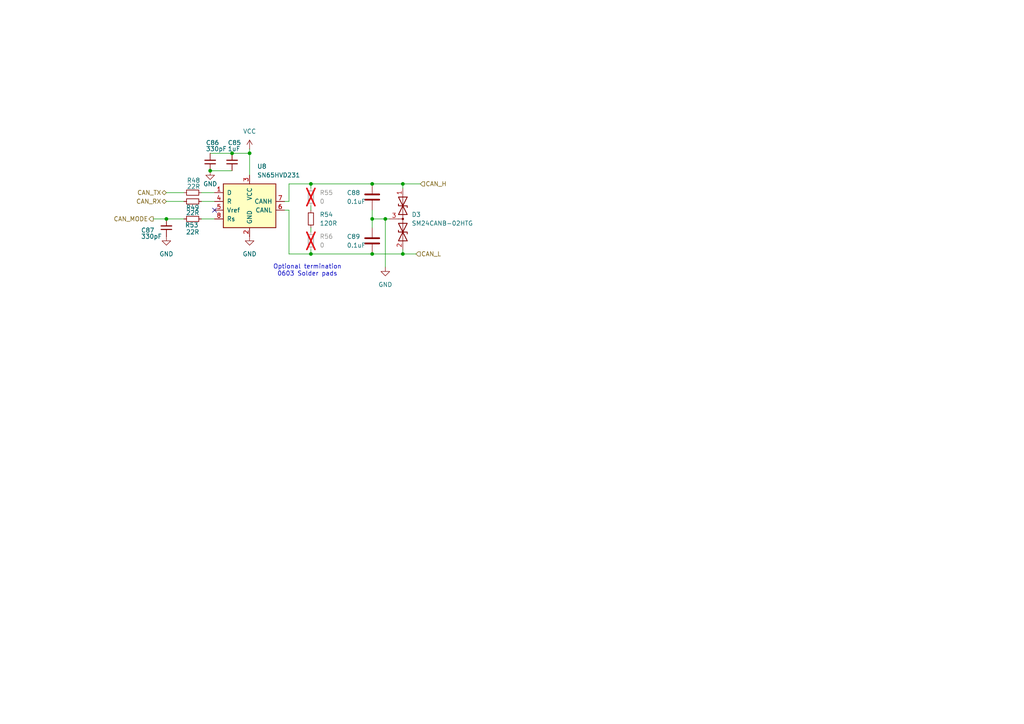
<source format=kicad_sch>
(kicad_sch (version 20231120) (generator "eeschema") (generator_version "8.0")
  (paper "A4")
  (lib_symbols
    (symbol "Device:C" (pin_numbers hide) (pin_names (offset 0.254))
      (property "Reference" "C" (at 0.635 2.54 0))
      (property "Value" "C" (at 0.635 -2.54 0))
      (symbol "C_0_1"
        (polyline (pts (xy -2.032 -0.762) (xy 2.032 -0.762)) (stroke (width 0.508)))
        (polyline (pts (xy -2.032 0.762) (xy 2.032 0.762)) (stroke (width 0.508)))
      )
      (symbol "C_1_1"
        (pin passive line (at 0 3.81 270) (length 2.794) (name "~") (number "1"))
        (pin passive line (at 0 -3.81 90) (length 2.794) (name "~") (number "2"))
      )
    )
    (symbol "Device:C_Small" (pin_numbers hide) (pin_names (offset 0.254) hide)
      (property "Reference" "C" (at 0.254 1.778 0))
      (property "Value" "C_Small" (at 0.254 -2.032 0))
      (symbol "C_Small_0_1"
        (polyline (pts (xy -1.524 -0.508) (xy 1.524 -0.508)) (stroke (width 0.3302)))
        (polyline (pts (xy -1.524 0.508) (xy 1.524 0.508)) (stroke (width 0.3048)))
      )
      (symbol "C_Small_1_1"
        (pin passive line (at 0 2.54 270) (length 2.032) (name "~") (number "1"))
        (pin passive line (at 0 -2.54 90) (length 2.032) (name "~") (number "2"))
      )
    )
    (symbol "Device:D_TVS_Dual_AAC" (pin_names (offset 1.016) hide)
      (property "Reference" "D" (at 0 4.445 0))
      (property "Value" "D_TVS_Dual_AAC" (at 0 2.54 0))
      (symbol "D_TVS_Dual_AAC_0_0"
        (polyline (pts (xy 0 -1.27) (xy 0 0)))
      )
      (symbol "D_TVS_Dual_AAC_0_1"
        (polyline (pts (xy -6.35 0) (xy 6.35 0)))
        (polyline (pts (xy -3.302 1.27) (xy -3.81 1.27) (xy -3.81 -1.27) (xy -4.318 -1.27)) (stroke (width 0.254)))
        (polyline (pts (xy 4.318 1.27) (xy 3.81 1.27) (xy 3.81 -1.27) (xy 3.302 -1.27)) (stroke (width 0.254)))
        (polyline (pts (xy -6.35 1.27) (xy -1.27 -1.27) (xy -1.27 1.27) (xy -6.35 -1.27) (xy -6.35 1.27)) (stroke (width 0.254)))
        (polyline (pts (xy 6.35 1.27) (xy 1.27 -1.27) (xy 1.27 1.27) (xy 6.35 -1.27) (xy 6.35 1.27)) (stroke (width 0.254)))
        (circle (center 0 0) (radius 0.254) (fill (type outline)))
      )
      (symbol "D_TVS_Dual_AAC_1_1"
        (pin passive line (at -8.89 0 0) (length 2.54) (name "A1") (number "1"))
        (pin passive line (at 8.89 0 180) (length 2.54) (name "A2") (number "2"))
        (pin passive line (at 0 -3.81 90) (length 2.54) (name "common") (number "3"))
      )
    )
    (symbol "Device:R_Small" (pin_numbers hide) (pin_names (offset 0.254) hide)
      (property "Reference" "R" (at 0.762 0.508 0))
      (property "Value" "R_Small" (at 0.762 -1.016 0))
      (symbol "R_Small_0_1"
        (rectangle (start -0.762 1.778) (end 0.762 -1.778) (stroke (width 0.2032)))
      )
      (symbol "R_Small_1_1"
        (pin passive line (at 0 2.54 270) (length 0.762) (name "~") (number "1"))
        (pin passive line (at 0 -2.54 90) (length 0.762) (name "~") (number "2"))
      )
    )
    (symbol "Interface_CAN_LIN:SN65HVD231" (pin_names (offset 1.016))
      (property "Reference" "U" (at -2.54 10.16 0))
      (property "Value" "SN65HVD231" (at -2.54 7.62 0))
      (symbol "SN65HVD231_0_1"
        (rectangle (start -7.62 5.08) (end 7.62 -7.62) (stroke (width 0.254)) (fill (type background)))
      )
      (symbol "SN65HVD231_1_1"
        (pin input line (at -10.16 2.54 0) (length 2.54) (name "D") (number "1"))
        (pin power_in line (at 0 -10.16 90) (length 2.54) (name "GND") (number "2"))
        (pin power_in line (at 0 7.62 270) (length 2.54) (name "VCC") (number "3"))
        (pin output line (at -10.16 0 0) (length 2.54) (name "R") (number "4"))
        (pin output line (at -10.16 -2.54 0) (length 2.54) (name "Vref") (number "5"))
        (pin bidirectional line (at 10.16 -2.54 180) (length 2.54) (name "CANL") (number "6"))
        (pin bidirectional line (at 10.16 0 180) (length 2.54) (name "CANH") (number "7"))
        (pin input line (at -10.16 -5.08 0) (length 2.54) (name "Rs") (number "8"))
      )
    )
    (symbol "power:GND" (power) (pin_numbers hide) (pin_names (offset 0) hide)
      (property "Value" "GND" (at 0 -3.81 0))
      (symbol "GND_0_1"
        (polyline (pts (xy 0 0) (xy 0 -1.27) (xy 1.27 -1.27) (xy 0 -2.54) (xy -1.27 -1.27) (xy 0 -1.27)))
      )
      (symbol "GND_1_1"
        (pin power_in line (at 0 0 270) (length 0) (name "~") (number "1"))
      )
    )
    (symbol "power:VCC" (power) (pin_numbers hide) (pin_names (offset 0) hide)
      (property "Value" "VCC" (at 0 3.556 0))
      (symbol "VCC_0_1"
        (polyline (pts (xy -0.762 1.27) (xy 0 2.54)))
        (polyline (pts (xy 0 0) (xy 0 2.54)))
        (polyline (pts (xy 0 2.54) (xy 0.762 1.27)))
      )
      (symbol "VCC_1_1"
        (pin power_in line (at 0 0 90) (length 0) (name "~") (number "1"))
      )
    )
  )
  (junction (at 67.31 44.45))
  (junction (at 107.95 73.66))
  (junction (at 116.84 53.34))
  (junction (at 72.39 44.45))
  (junction (at 90.17 73.66))
  (junction (at 107.95 63.5))
  (junction (at 111.76 63.5))
  (junction (at 60.96 49.53))
  (junction (at 107.95 53.34))
  (junction (at 48.26 63.5))
  (junction (at 90.17 53.34))
  (junction (at 116.84 73.66))
  (no_connect (at 62.23 60.96))
  (wire (pts (xy 90.17 53.34) (xy 107.95 53.34)))
  (wire (pts (xy 48.26 63.5) (xy 53.34 63.5)))
  (wire (pts (xy 107.95 63.5) (xy 107.95 66.04)))
  (wire (pts (xy 90.17 73.66) (xy 83.82 73.66)))
  (wire (pts (xy 67.31 44.45) (xy 72.39 44.45)))
  (wire (pts (xy 90.17 53.34) (xy 83.82 53.34)))
  (wire (pts (xy 60.96 49.53) (xy 67.31 49.53)))
  (wire (pts (xy 83.82 58.42) (xy 82.55 58.42)))
  (wire (pts (xy 60.96 44.45) (xy 67.31 44.45)))
  (wire (pts (xy 72.39 44.45) (xy 72.39 50.8)))
  (wire (pts (xy 116.84 53.34) (xy 121.92 53.34)))
  (wire (pts (xy 111.76 63.5) (xy 111.76 77.47)))
  (wire (pts (xy 107.95 60.96) (xy 107.95 63.5)))
  (wire (pts (xy 107.95 53.34) (xy 116.84 53.34)))
  (wire (pts (xy 116.84 73.66) (xy 120.65 73.66)))
  (wire (pts (xy 107.95 73.66) (xy 116.84 73.66)))
  (wire (pts (xy 48.26 55.88) (xy 53.34 55.88)))
  (wire (pts (xy 58.42 55.88) (xy 62.23 55.88)))
  (wire (pts (xy 83.82 53.34) (xy 83.82 58.42)))
  (wire (pts (xy 90.17 73.66) (xy 107.95 73.66)))
  (wire (pts (xy 90.17 53.34) (xy 90.17 54.61)))
  (wire (pts (xy 113.03 63.5) (xy 111.76 63.5)))
  (wire (pts (xy 90.17 72.39) (xy 90.17 73.66)))
  (wire (pts (xy 83.82 60.96) (xy 82.55 60.96)))
  (wire (pts (xy 90.17 66.04) (xy 90.17 67.31)))
  (wire (pts (xy 58.42 58.42) (xy 62.23 58.42)))
  (wire (pts (xy 116.84 72.39) (xy 116.84 73.66)))
  (wire (pts (xy 58.42 63.5) (xy 62.23 63.5)))
  (wire (pts (xy 107.95 63.5) (xy 111.76 63.5)))
  (wire (pts (xy 116.84 53.34) (xy 116.84 54.61)))
  (wire (pts (xy 72.39 43.18) (xy 72.39 44.45)))
  (wire (pts (xy 48.26 58.42) (xy 53.34 58.42)))
  (wire (pts (xy 44.45 63.5) (xy 48.26 63.5)))
  (wire (pts (xy 83.82 73.66) (xy 83.82 60.96)))
  (wire (pts (xy 90.17 59.69) (xy 90.17 60.96)))
  (text "Optional termination\n0603 Solder pads" (at 89.154 78.486 0) (effects (font (size 1.27 1.27))))
  (hierarchical_label "CAN_TX" (shape bidirectional) (at 48.26 55.88 180))
  (hierarchical_label "CAN_L" (shape input) (at 120.65 73.66 0))
  (hierarchical_label "CAN_MODE" (shape output) (at 44.45 63.5 180))
  (hierarchical_label "CAN_RX" (shape bidirectional) (at 48.26 58.42 180))
  (hierarchical_label "CAN_H" (shape input) (at 121.92 53.34 0))
  (symbol (lib_id "Device:C_Small") (at 48.26 66.04 180) (unit 1)
    (property "Reference" "C87" (at 40.894 66.802 0) (effects (justify right)))
    (property "Value" "330pF" (at 40.894 68.58 0) (effects (justify right)))
    (property "Footprint" "Capacitor_SMD:C_0402_1005Metric" (effects (hide yes)))
    (property "Description" "Unpolarized capacitor, small symbol" (effects (hide yes)))
    (property "LCSC Part #" "C526998" (effects (hide yes)))
  )
  (symbol (lib_id "Device:D_TVS_Dual_AAC") (at 116.84 63.5 270) (unit 1)
    (property "Reference" "D3" (at 119.38 62.2299 90) (effects (justify left)))
    (property "Value" "SM24CANB-02HTG" (at 119.38 64.7699 90) (effects (justify left)))
    (property "Footprint" "Package_TO_SOT_SMD:SOT-23" (effects (hide yes)))
    (property "Description" "Bidirectional dual transient-voltage-suppression diode, center on pin 3" (effects (hide yes)))
    (property "LCSC Part #" "C2937019" (effects (hide yes)))
  )
  (symbol (lib_id "power:VCC") (at 72.39 43.18 0) (unit 1)
    (property "Reference" "#PWR0105" (effects (hide yes)))
    (property "Value" "VCC" (at 72.39 38.1 0))
    (property "Description" "Power symbol creates a global label with name \"VCC\"" (effects (hide yes)))
  )
  (symbol (lib_id "Device:R_Small") (at 90.17 57.15 0) (unit 1) (dnp yes)
    (property "Reference" "R55" (at 92.71 55.8799 0) (effects (justify left)))
    (property "Value" "0" (at 92.71 58.4199 0) (effects (justify left)))
    (property "Footprint" "Resistor_SMD:R_0603_1608Metric" (effects (hide yes)))
    (property "Description" "Resistor, small symbol" (effects (hide yes)))
  )
  (symbol (lib_id "Device:C_Small") (at 67.31 46.99 180) (unit 1)
    (property "Reference" "C85" (at 66.04 41.402 0) (effects (justify right)))
    (property "Value" "1uF" (at 66.04 43.18 0) (effects (justify right)))
    (property "Footprint" "Capacitor_SMD:C_0603_1608Metric" (effects (hide yes)))
    (property "Description" "Unpolarized capacitor, small symbol" (effects (hide yes)))
    (property "LCSC Part #" "C106858" (effects (hide yes)))
  )
  (symbol (lib_id "power:GND") (at 111.76 77.47 0) (unit 1)
    (property "Reference" "#PWR0124" (effects (hide yes)))
    (property "Value" "GND" (at 111.76 82.55 0))
    (property "Description" "Power symbol creates a global label with name \"GND\" , ground" (effects (hide yes)))
  )
  (symbol (lib_id "power:GND") (at 48.26 68.58 0) (unit 1)
    (property "Reference" "#PWR0123" (effects (hide yes)))
    (property "Value" "GND" (at 48.26 73.66 0))
    (property "Description" "Power symbol creates a global label with name \"GND\" , ground" (effects (hide yes)))
  )
  (symbol (lib_id "Interface_CAN_LIN:SN65HVD231") (at 72.39 58.42 0) (unit 1)
    (property "Reference" "U8" (at 74.5841 48.26 0) (effects (justify left)))
    (property "Value" "SN65HVD231" (at 74.5841 50.8 0) (effects (justify left)))
    (property "Footprint" "Package_SO:SOIC-8_3.9x4.9mm_P1.27mm" (effects (hide yes)))
    (property "Datasheet" "http://www.ti.com/lit/ds/symlink/sn65hvd230.pdf" (effects (hide yes)))
    (property "Description" "CAN Bus Transceivers, 3.3V, 1Mbps,Ultra Low-Power capabilities, SOIC-8" (effects (hide yes)))
    (property "LCSC Part #" "C129257" (effects (hide yes)))
  )
  (symbol (lib_id "Device:C_Small") (at 60.96 46.99 180) (unit 1)
    (property "Reference" "C86" (at 59.69 41.402 0) (effects (justify right)))
    (property "Value" "330pF" (at 59.69 43.18 0) (effects (justify right)))
    (property "Footprint" "Capacitor_SMD:C_0402_1005Metric" (effects (hide yes)))
    (property "Description" "Unpolarized capacitor, small symbol" (effects (hide yes)))
    (property "LCSC Part #" "C526998" (effects (hide yes)))
  )
  (symbol (lib_id "Device:R_Small") (at 90.17 63.5 180) (unit 1)
    (property "Reference" "R54" (at 92.71 62.2299 0) (effects (justify right)))
    (property "Value" "120R" (at 92.71 64.7699 0) (effects (justify right)))
    (property "Footprint" "Resistor_SMD:R_0402_1005Metric" (effects (hide yes)))
    (property "Description" "Resistor, small symbol" (effects (hide yes)))
    (property "LCSC Part #" "C114640" (effects (hide yes)))
  )
  (symbol (lib_id "Device:C") (at 107.95 69.85 0) (unit 1)
    (property "Reference" "C89" (at 100.584 69.342 0) (effects (justify left bottom)))
    (property "Value" "${CAPACITANCE}" (at 100.584 71.882 0) (effects (justify left bottom)))
    (property "Footprint" "Capacitor_SMD:C_0603_1608Metric" (effects (hide yes)))
    (property "Description" "CAP CER 0.1UF 50V X7R 0603" (effects (hide yes)))
    (property "SUPPLIER 1" "Digi-Key" (effects (hide yes)))
    (property "SUPPLIER PART NUMBER 1" "490-1519-2-ND" (effects (hide yes)))
    (property "MANUFACTURER" "Murata Electronics North America" (effects (hide yes)))
    (property "MANUFACTURER PART NUMBER" "GRM188R71H104KA93D" (effects (hide yes)))
    (property "ROHS" "RoHS Compliant" (effects (hide yes)))
    (property "CATEGORY" "Capacitors" (effects (hide yes)))
    (property "PRICING 1" "4000=0.01822, 8000=0.01663, 12000=0.01584 (USD)" (effects (hide yes)))
    (property "PACKAGING" "Tape & Reel (TR)" (effects (hide yes)))
    (property "CAPACITANCE" "0.1uF" (effects (hide yes)))
    (property "TOLERANCE" "±10%" (effects (hide yes)))
    (property "VOLTAGE - RATED" "50V" (effects (hide yes)))
    (property "TEMPERATURE COEFFICIENT" "X7R" (effects (hide yes)))
    (property "MOUNTING TYPE" "Surface Mount, MLCC" (effects (hide yes)))
    (property "OPERATING TEMPERATURE" "-55°C ~ 125°C" (effects (hide yes)))
    (property "APPLICATIONS" "General Purpose" (effects (hide yes)))
    (property "RATINGS" "-" (effects (hide yes)))
    (property "PACKAGE / CASE" "0603 (1608 Metric)" (effects (hide yes)))
    (property "SIZE / DIMENSION" "0.063\" L x 0.032\" W (1.60mm x 0.80mm)" (effects (hide yes)))
    (property "HEIGHT - SEATED (MAX)" "-" (effects (hide yes)))
    (property "THICKNESS (MAX)" "0.035\" (0.90mm)" (effects (hide yes)))
    (property "LEAD SPACING" "-" (effects (hide yes)))
    (property "FEATURES" "-" (effects (hide yes)))
    (property "LEAD STYLE" "-" (effects (hide yes)))
    (property "COMPONENTLINK1URL" "http://www.murata.com/~/media/webrenewal/support/library/catalog/products/capacitor/mlcc/c02e.ashx?la=en-us" (effects (hide yes)))
    (property "COMPONENTLINK1DESCRIPTION" "http://www.murata.com/~/media/webrenewal/support/library/catalog/products/capacitor/mlcc/c02e.ashx?la=en-us" (effects (hide yes)))
    (property "STOCK" "19812000" (effects (hide yes)))
    (property "PART STATUS" "Active" (effects (hide yes)))
    (property "SUPPLIER 2" "Digi-Key" (effects (hide yes)))
    (property "SUPPLIER PART NUMBER 2" "490-1519-1-ND" (effects (hide yes)))
    (property "PRICING 2" "1=0.12, 10=0.084, 100=0.0396, 500=0.02778, 1000=0.023 (USD)" (effects (hide yes)))
    (property "LCSC Part #" "C77055" (effects (hide yes)))
  )
  (symbol (lib_id "Device:R_Small") (at 90.17 69.85 0) (unit 1) (dnp yes)
    (property "Reference" "R56" (at 92.71 68.5799 0) (effects (justify left)))
    (property "Value" "0" (at 92.71 71.1199 0) (effects (justify left)))
    (property "Footprint" "Resistor_SMD:R_0603_1608Metric" (effects (hide yes)))
    (property "Description" "Resistor, small symbol" (effects (hide yes)))
  )
  (symbol (lib_id "Device:C") (at 107.95 57.15 0) (unit 1)
    (property "Reference" "C88" (at 100.584 56.642 0) (effects (justify left bottom)))
    (property "Value" "${CAPACITANCE}" (at 100.584 59.182 0) (effects (justify left bottom)))
    (property "Footprint" "Capacitor_SMD:C_0603_1608Metric" (effects (hide yes)))
    (property "Description" "CAP CER 0.1UF 50V X7R 0603" (effects (hide yes)))
    (property "SUPPLIER 1" "Digi-Key" (effects (hide yes)))
    (property "SUPPLIER PART NUMBER 1" "490-1519-2-ND" (effects (hide yes)))
    (property "MANUFACTURER" "Murata Electronics North America" (effects (hide yes)))
    (property "MANUFACTURER PART NUMBER" "GRM188R71H104KA93D" (effects (hide yes)))
    (property "ROHS" "RoHS Compliant" (effects (hide yes)))
    (property "CATEGORY" "Capacitors" (effects (hide yes)))
    (property "PRICING 1" "4000=0.01822, 8000=0.01663, 12000=0.01584 (USD)" (effects (hide yes)))
    (property "PACKAGING" "Tape & Reel (TR)" (effects (hide yes)))
    (property "CAPACITANCE" "0.1uF" (effects (hide yes)))
    (property "TOLERANCE" "±10%" (effects (hide yes)))
    (property "VOLTAGE - RATED" "50V" (effects (hide yes)))
    (property "TEMPERATURE COEFFICIENT" "X7R" (effects (hide yes)))
    (property "MOUNTING TYPE" "Surface Mount, MLCC" (effects (hide yes)))
    (property "OPERATING TEMPERATURE" "-55°C ~ 125°C" (effects (hide yes)))
    (property "APPLICATIONS" "General Purpose" (effects (hide yes)))
    (property "RATINGS" "-" (effects (hide yes)))
    (property "PACKAGE / CASE" "0603 (1608 Metric)" (effects (hide yes)))
    (property "SIZE / DIMENSION" "0.063\" L x 0.032\" W (1.60mm x 0.80mm)" (effects (hide yes)))
    (property "HEIGHT - SEATED (MAX)" "-" (effects (hide yes)))
    (property "THICKNESS (MAX)" "0.035\" (0.90mm)" (effects (hide yes)))
    (property "LEAD SPACING" "-" (effects (hide yes)))
    (property "FEATURES" "-" (effects (hide yes)))
    (property "LEAD STYLE" "-" (effects (hide yes)))
    (property "COMPONENTLINK1URL" "http://www.murata.com/~/media/webrenewal/support/library/catalog/products/capacitor/mlcc/c02e.ashx?la=en-us" (effects (hide yes)))
    (property "COMPONENTLINK1DESCRIPTION" "http://www.murata.com/~/media/webrenewal/support/library/catalog/products/capacitor/mlcc/c02e.ashx?la=en-us" (effects (hide yes)))
    (property "STOCK" "19812000" (effects (hide yes)))
    (property "PART STATUS" "Active" (effects (hide yes)))
    (property "SUPPLIER 2" "Digi-Key" (effects (hide yes)))
    (property "SUPPLIER PART NUMBER 2" "490-1519-1-ND" (effects (hide yes)))
    (property "PRICING 2" "1=0.12, 10=0.084, 100=0.0396, 500=0.02778, 1000=0.023 (USD)" (effects (hide yes)))
    (property "LCSC Part #" "C77055" (effects (hide yes)))
  )
  (symbol (lib_id "power:GND") (at 60.96 49.53 0) (unit 1)
    (property "Reference" "#PWR0122" (effects (hide yes)))
    (property "Value" "GND" (at 60.96 53.34 0))
    (property "Description" "Power symbol creates a global label with name \"GND\" , ground" (effects (hide yes)))
  )
  (symbol (lib_id "power:GND") (at 72.39 68.58 0) (unit 1)
    (property "Reference" "#PWR0121" (effects (hide yes)))
    (property "Value" "GND" (at 72.39 73.66 0))
    (property "Description" "Power symbol creates a global label with name \"GND\" , ground" (effects (hide yes)))
  )
  (symbol (lib_id "Device:R_Small") (at 55.88 55.88 90) (unit 1)
    (property "Reference" "R48" (at 56.134 52.324 90))
    (property "Value" "22R" (at 56.134 54.102 90))
    (property "Footprint" "Resistor_SMD:R_0603_1608Metric" (effects (hide yes)))
    (property "Description" "Resistor, small symbol" (effects (hide yes)))
    (property "LCSC Part #" "C107701" (effects (hide yes)))
  )
  (symbol (lib_id "Device:R_Small") (at 55.88 63.5 90) (unit 1)
    (property "Reference" "R53" (at 55.626 65.278 90))
    (property "Value" "22R" (at 55.88 67.31 90))
    (property "Footprint" "Resistor_SMD:R_0603_1608Metric" (effects (hide yes)))
    (property "Description" "Resistor, small symbol" (effects (hide yes)))
    (property "LCSC Part #" "C107701" (effects (hide yes)))
  )
  (symbol (lib_id "Device:R_Small") (at 55.88 58.42 90) (unit 1)
    (property "Reference" "R49" (at 55.88 60.198 90))
    (property "Value" "22R" (at 55.88 61.722 90))
    (property "Footprint" "Resistor_SMD:R_0603_1608Metric" (effects (hide yes)))
    (property "Description" "Resistor, small symbol" (effects (hide yes)))
    (property "LCSC Part #" "C107701" (effects (hide yes)))
  )
)
</source>
